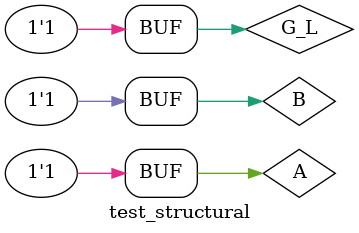
<source format=v>
`timescale 1ns / 1ps


module test_structural;

	// Inputs
	reg G_L;
	reg A;
	reg B;
	reg [3:0] Y_L;

	// Instantiate the Unit Under Test (UUT)
	v74x139_structural uut (
		.G_L(G_L),
		.A(A),
		.B(B),
		.Y_L(Y_L)
	);

	initial begin
		G_L = 0; A = 0; B = 0;
		#100;

		G_L = 0; A = 0; B = 1;
		#100;

		G_L = 0; A = 1; B = 0;
		#100;

		G_L = 0; A = 1; B = 1;
		#100;

		G_L = 1; A = 0; B = 0;
		#100;

		G_L = 1; A = 0; B = 1;
		#100;

		G_L = 1; A = 1; B = 0;
		#100;

		G_L = 1; A = 1; B = 1;

	end

endmodule

</source>
